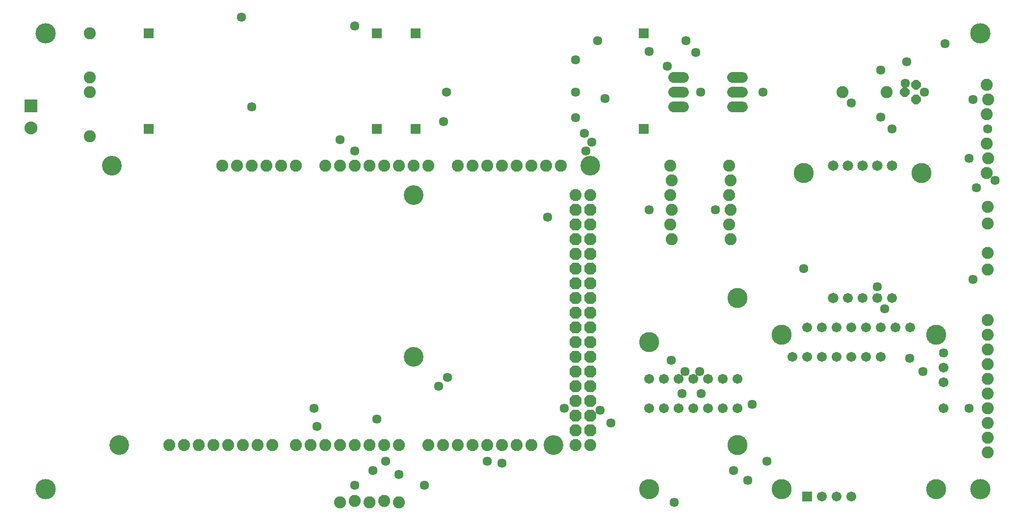
<source format=gts>
G75*
%MOIN*%
%OFA0B0*%
%FSLAX25Y25*%
%IPPOS*%
%LPD*%
%AMOC8*
5,1,8,0,0,1.08239X$1,22.5*
%
%ADD10R,0.08800X0.08800*%
%ADD11C,0.08800*%
%ADD12R,0.06743X0.06743*%
%ADD13C,0.08200*%
%ADD14OC8,0.08200*%
%ADD15C,0.13398*%
%ADD16OC8,0.06400*%
%ADD17C,0.13650*%
%ADD18C,0.06743*%
%ADD19C,0.07200*%
%ADD20C,0.07137*%
%ADD21C,0.13800*%
%ADD22C,0.06340*%
D10*
X0060842Y0282000D03*
D11*
X0060842Y0266820D03*
D12*
X0140842Y0266300D03*
X0140842Y0331300D03*
X0295842Y0331300D03*
X0322092Y0331300D03*
X0322092Y0266300D03*
X0295842Y0266300D03*
X0477092Y0266300D03*
X0477092Y0331300D03*
X0588342Y0016300D03*
D13*
X0710842Y0046300D03*
X0710842Y0056300D03*
X0710842Y0066300D03*
X0710842Y0076300D03*
X0710842Y0086300D03*
X0710842Y0096300D03*
X0710842Y0106300D03*
X0710842Y0116300D03*
X0710842Y0126300D03*
X0710842Y0136300D03*
X0710842Y0170600D03*
X0710842Y0182000D03*
X0710842Y0201850D03*
X0710842Y0213250D03*
X0710342Y0236300D03*
X0711342Y0246300D03*
X0710342Y0256300D03*
X0710342Y0276300D03*
X0711342Y0286300D03*
X0710342Y0296300D03*
X0642092Y0291300D03*
X0612092Y0291300D03*
X0535342Y0241300D03*
X0536342Y0231300D03*
X0535342Y0221300D03*
X0536342Y0211300D03*
X0535342Y0201300D03*
X0536342Y0191300D03*
X0496342Y0191300D03*
X0495342Y0201300D03*
X0496342Y0211300D03*
X0495342Y0221300D03*
X0496342Y0231300D03*
X0495342Y0241300D03*
X0440842Y0221300D03*
X0430842Y0221300D03*
X0420842Y0241300D03*
X0410842Y0241300D03*
X0400842Y0241300D03*
X0390842Y0241300D03*
X0380842Y0241300D03*
X0370842Y0241300D03*
X0360842Y0241300D03*
X0350842Y0241300D03*
X0330842Y0241300D03*
X0320842Y0241300D03*
X0310842Y0241300D03*
X0300842Y0241300D03*
X0290842Y0241300D03*
X0280842Y0241300D03*
X0270842Y0241300D03*
X0260842Y0241300D03*
X0240842Y0241300D03*
X0230842Y0241300D03*
X0220842Y0241300D03*
X0210842Y0241300D03*
X0200842Y0241300D03*
X0190842Y0241300D03*
X0100842Y0261300D03*
X0100842Y0291300D03*
X0100842Y0301300D03*
X0100842Y0331300D03*
X0154842Y0051300D03*
X0164842Y0051300D03*
X0174842Y0051300D03*
X0184842Y0051300D03*
X0194842Y0051300D03*
X0204842Y0051300D03*
X0214842Y0051300D03*
X0224842Y0051300D03*
X0240842Y0051300D03*
X0250842Y0051300D03*
X0260842Y0051300D03*
X0270842Y0051300D03*
X0280842Y0051300D03*
X0290842Y0051300D03*
X0300842Y0051300D03*
X0310842Y0051300D03*
X0330842Y0051300D03*
X0340842Y0051300D03*
X0350842Y0051300D03*
X0360842Y0051300D03*
X0370842Y0051300D03*
X0380842Y0051300D03*
X0390842Y0051300D03*
X0400842Y0051300D03*
X0430842Y0051300D03*
X0440842Y0051300D03*
X0310842Y0012050D03*
X0300842Y0013050D03*
X0290842Y0012050D03*
X0280842Y0013050D03*
X0270842Y0012050D03*
D14*
X0430842Y0061300D03*
X0440842Y0061300D03*
X0440842Y0071300D03*
X0430842Y0071300D03*
X0430842Y0081300D03*
X0440842Y0081300D03*
X0440842Y0091300D03*
X0430842Y0091300D03*
X0430842Y0101300D03*
X0440842Y0101300D03*
X0440842Y0111300D03*
X0430842Y0111300D03*
X0430842Y0121300D03*
X0440842Y0121300D03*
X0440842Y0131300D03*
X0430842Y0131300D03*
X0430842Y0141300D03*
X0440842Y0141300D03*
X0440842Y0151300D03*
X0430842Y0151300D03*
X0430842Y0161300D03*
X0440842Y0161300D03*
X0440842Y0171300D03*
X0430842Y0171300D03*
X0430842Y0181300D03*
X0440842Y0181300D03*
X0440842Y0191300D03*
X0430842Y0191300D03*
X0430842Y0201300D03*
X0440842Y0201300D03*
X0440842Y0211300D03*
X0430842Y0211300D03*
D15*
X0440842Y0241300D03*
X0320842Y0221300D03*
X0320842Y0111300D03*
X0415842Y0051300D03*
X0120842Y0051300D03*
X0115842Y0241300D03*
D16*
X0654592Y0291300D03*
X0662092Y0286300D03*
X0662092Y0296300D03*
D17*
X0665842Y0236300D03*
X0585842Y0236300D03*
X0540842Y0151300D03*
X0570842Y0126300D03*
X0480842Y0121300D03*
X0540842Y0051300D03*
X0570842Y0021300D03*
X0480842Y0021300D03*
X0675842Y0021300D03*
X0675842Y0126300D03*
D18*
X0658342Y0131300D03*
X0648342Y0131300D03*
X0638342Y0131300D03*
X0628342Y0131300D03*
X0618342Y0131300D03*
X0608342Y0131300D03*
X0598342Y0131300D03*
X0588342Y0131300D03*
X0588342Y0111300D03*
X0578342Y0111300D03*
X0598342Y0111300D03*
X0608342Y0111300D03*
X0618342Y0111300D03*
X0628342Y0111300D03*
X0638342Y0111300D03*
X0680842Y0103800D03*
X0680842Y0093800D03*
X0680842Y0076300D03*
X0618342Y0016300D03*
X0608342Y0016300D03*
X0598342Y0016300D03*
X0540842Y0076300D03*
X0530842Y0076300D03*
X0520842Y0076300D03*
X0510842Y0076300D03*
X0500842Y0076300D03*
X0490842Y0076300D03*
X0480842Y0076300D03*
X0480842Y0096300D03*
X0490842Y0096300D03*
X0500842Y0096300D03*
X0510842Y0096300D03*
X0520842Y0096300D03*
X0530842Y0096300D03*
X0540842Y0096300D03*
X0615842Y0151300D03*
X0625842Y0151300D03*
X0635842Y0151300D03*
X0645842Y0151300D03*
D19*
X0544042Y0281300D02*
X0537642Y0281300D01*
X0537642Y0291300D02*
X0544042Y0291300D01*
X0544042Y0301300D02*
X0537642Y0301300D01*
X0504042Y0301300D02*
X0497642Y0301300D01*
X0497642Y0291300D02*
X0504042Y0291300D01*
X0504042Y0281300D02*
X0497642Y0281300D01*
D20*
X0605842Y0241300D03*
X0615842Y0241300D03*
X0625842Y0241300D03*
X0635842Y0241300D03*
X0645842Y0241300D03*
X0605842Y0151300D03*
D21*
X0070842Y0021300D03*
X0070842Y0331300D03*
X0705842Y0331300D03*
X0705842Y0021300D03*
D22*
X0698342Y0076300D03*
X0666842Y0101300D03*
X0657842Y0110300D03*
X0680842Y0113800D03*
X0640842Y0143800D03*
X0635842Y0158800D03*
X0585842Y0171300D03*
X0525842Y0211300D03*
X0480842Y0211300D03*
X0411842Y0206300D03*
X0437842Y0251300D03*
X0441842Y0257300D03*
X0436842Y0263300D03*
X0430842Y0273800D03*
X0450842Y0286820D03*
X0430842Y0291300D03*
X0430842Y0313280D03*
X0445842Y0326300D03*
X0480842Y0318800D03*
X0493342Y0308800D03*
X0512586Y0318044D03*
X0505842Y0326300D03*
X0515842Y0291300D03*
X0558342Y0291300D03*
X0618342Y0283800D03*
X0638342Y0274070D03*
X0645842Y0266300D03*
X0667822Y0291300D03*
X0654842Y0297300D03*
X0638342Y0306300D03*
X0655842Y0311820D03*
X0681842Y0324300D03*
X0700842Y0286300D03*
X0710842Y0266300D03*
X0698342Y0246300D03*
X0715842Y0231300D03*
X0703342Y0226300D03*
X0700842Y0163800D03*
X0550842Y0078800D03*
X0516362Y0086300D03*
X0503342Y0086300D03*
X0505331Y0101030D03*
X0515331Y0101030D03*
X0495842Y0108800D03*
X0447439Y0074703D03*
X0454842Y0066300D03*
X0423342Y0076300D03*
X0370842Y0040300D03*
X0380842Y0038800D03*
X0328342Y0023800D03*
X0310842Y0031300D03*
X0301939Y0040203D03*
X0293342Y0033800D03*
X0280842Y0023800D03*
X0255322Y0063800D03*
X0253342Y0076300D03*
X0295842Y0068800D03*
X0337842Y0091300D03*
X0343842Y0097300D03*
X0497842Y0012300D03*
X0538342Y0033800D03*
X0547842Y0027300D03*
X0560842Y0040300D03*
X0280842Y0251300D03*
X0270842Y0258800D03*
X0210842Y0281300D03*
X0280842Y0336300D03*
X0203842Y0342300D03*
X0341362Y0271300D03*
X0343342Y0291300D03*
M02*

</source>
